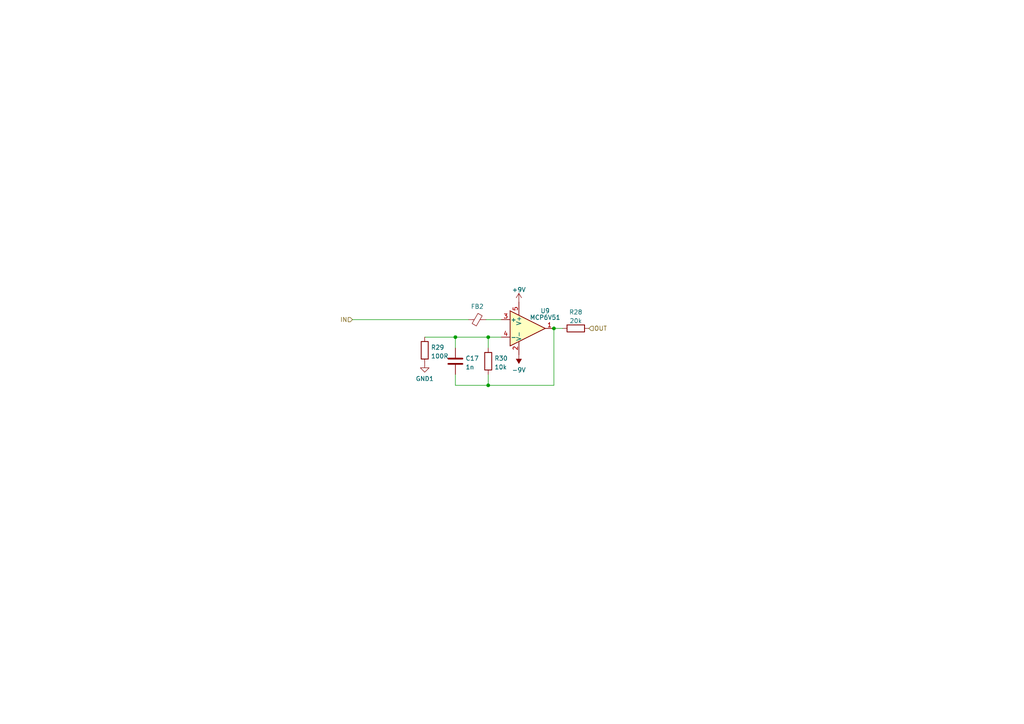
<source format=kicad_sch>
(kicad_sch (version 20211123) (generator eeschema)
  (paper "A4")
  (lib_symbols
    (symbol "Amplifier_Operational:MCP6L01x-xOT" (pin_names (offset 0.127))
      (property "Reference" "U" (at -1.27 6.35 0))
      (property "Value" "MCP6L01x-xOT" (at -1.27 3.81 0))
      (symbol "MCP6L01x-xOT_0_1"
        (polyline (pts (xy -5.08 5.08) (xy 5.08 0) (xy -5.08 -5.08) (xy -5.08 5.08)) (stroke (width 0.254)) (fill (type background)))
        (pin power_in line (at -2.54 -7.62 90) (length 3.81) (name "V-") (number "2"))
        (pin power_in line (at -2.54 7.62 270) (length 3.81) (name "V+") (number "5"))
      )
      (symbol "MCP6L01x-xOT_1_1"
        (pin output line (at 7.62 0 180) (length 2.54) (name "~") (number "1"))
        (pin input line (at -7.62 2.54 0) (length 2.54) (name "+") (number "3"))
        (pin input line (at -7.62 -2.54 0) (length 2.54) (name "-") (number "4"))
      )
    )
    (symbol "Device:C" (pin_numbers hide) (pin_names (offset 0.254))
      (property "Reference" "C" (at 0.635 2.54 0))
      (property "Value" "C" (at 0.635 -2.54 0))
      (symbol "C_0_1"
        (polyline (pts (xy -2.032 -0.762) (xy 2.032 -0.762)) (stroke (width 0.508)))
        (polyline (pts (xy -2.032 0.762) (xy 2.032 0.762)) (stroke (width 0.508)))
      )
      (symbol "C_1_1"
        (pin passive line (at 0 3.81 270) (length 2.794) (name "~") (number "1"))
        (pin passive line (at 0 -3.81 90) (length 2.794) (name "~") (number "2"))
      )
    )
    (symbol "Device:FerriteBead_Small" (pin_numbers hide) (pin_names (offset 0))
      (property "Reference" "FB" (at 1.905 1.27 0))
      (property "Value" "FerriteBead_Small" (at 1.905 -1.27 0))
      (symbol "FerriteBead_Small_0_1"
        (polyline (pts (xy 0 -1.27) (xy 0 -0.7874)))
        (polyline (pts (xy 0 0.889) (xy 0 1.2954)))
        (polyline (pts (xy -1.8288 0.2794) (xy -1.1176 1.4986) (xy 1.8288 -0.2032) (xy 1.1176 -1.4224) (xy -1.8288 0.2794)))
      )
      (symbol "FerriteBead_Small_1_1"
        (pin passive line (at 0 2.54 270) (length 1.27) (name "~") (number "1"))
        (pin passive line (at 0 -2.54 90) (length 1.27) (name "~") (number "2"))
      )
    )
    (symbol "Device:R" (pin_numbers hide) (pin_names (offset 0))
      (property "Reference" "R" (at 2.032 0 90))
      (property "Value" "R" (at 0 0 90))
      (symbol "R_0_1"
        (rectangle (start -1.016 -2.54) (end 1.016 2.54) (stroke (width 0.254)))
      )
      (symbol "R_1_1"
        (pin passive line (at 0 3.81 270) (length 1.27) (name "~") (number "1"))
        (pin passive line (at 0 -3.81 90) (length 1.27) (name "~") (number "2"))
      )
    )
    (symbol "power:+9V" (power) (pin_names (offset 0))
      (property "Value" "+9V" (at 0 3.556 0))
      (symbol "+9V_0_1"
        (polyline (pts (xy -0.762 1.27) (xy 0 2.54)))
        (polyline (pts (xy 0 0) (xy 0 2.54)))
        (polyline (pts (xy 0 2.54) (xy 0.762 1.27)))
      )
      (symbol "+9V_1_1"
        (pin power_in line (at 0 0 90) (length 0) hide (name "+9V") (number "1"))
      )
    )
    (symbol "power:-9V" (power) (pin_names (offset 0))
      (property "Value" "-9V" (at 0 3.81 0))
      (symbol "-9V_0_1"
        (polyline (pts (xy 0 0) (xy 0 2.54)))
        (polyline (pts (xy 0.762 1.27) (xy -0.762 1.27) (xy 0 2.54) (xy 0.762 1.27)) (fill (type outline)))
      )
      (symbol "-9V_1_1"
        (pin power_in line (at 0 0 90) (length 0) hide (name "-9V") (number "1"))
      )
    )
    (symbol "power:GND1" (power) (pin_names (offset 0))
      (property "Value" "GND1" (at 0 -3.81 0))
      (symbol "GND1_0_1"
        (polyline (pts (xy 0 0) (xy 0 -1.27) (xy 1.27 -1.27) (xy 0 -2.54) (xy -1.27 -1.27) (xy 0 -1.27)))
      )
      (symbol "GND1_1_1"
        (pin power_in line (at 0 0 270) (length 0) hide (name "GND1") (number "1"))
      )
    )
  )
  (junction (at 160.655 95.25))
  (junction (at 132.08 97.79))
  (junction (at 141.605 111.76))
  (junction (at 141.605 97.79))
  (wire (pts (xy 132.08 100.965) (xy 132.08 97.79)))
  (wire (pts (xy 140.97 92.71) (xy 145.415 92.71)))
  (wire (pts (xy 102.235 92.71) (xy 135.89 92.71)))
  (wire (pts (xy 132.08 97.79) (xy 141.605 97.79)))
  (wire (pts (xy 132.08 111.76) (xy 141.605 111.76)))
  (wire (pts (xy 141.605 108.585) (xy 141.605 111.76)))
  (wire (pts (xy 141.605 100.965) (xy 141.605 97.79)))
  (wire (pts (xy 160.655 111.76) (xy 160.655 95.25)))
  (wire (pts (xy 141.605 97.79) (xy 145.415 97.79)))
  (wire (pts (xy 132.08 111.76) (xy 132.08 108.585)))
  (wire (pts (xy 141.605 111.76) (xy 160.655 111.76)))
  (wire (pts (xy 160.655 95.25) (xy 163.195 95.25)))
  (wire (pts (xy 123.19 97.79) (xy 132.08 97.79)))
  (hierarchical_label "IN" (shape input) (at 102.235 92.71 180))
  (hierarchical_label "OUT" (shape input) (at 170.815 95.25 0))
  (symbol (lib_id "power:GND1") (at 123.19 105.41 0) (unit 1)
    (property "Reference" "#PWR060" (effects hide))
    (property "Value" "GND1" (at 123.19 109.8534 0))
  )
  (symbol (lib_id "Device:R") (at 167.005 95.25 90) (unit 1)
    (property "Reference" "R28" (at 167.005 90.5342 90))
    (property "Value" "20k" (at 167.005 93.0711 90))
    (property "Footprint" "Resistor_SMD:R_0805_2012Metric" (effects hide))
    (property "PN" "ERA-6AED203V " (effects hide))
    (property "supplier" "MOUSER" (effects hide))
  )
  (symbol (lib_id "Device:R") (at 141.605 104.775 180) (unit 1)
    (property "Reference" "R30" (at 143.383 103.9403 0) (effects (justify right)))
    (property "Value" "10k" (at 143.383 106.4772 0) (effects (justify right)))
    (property "Footprint" "Resistor_SMD:R_0805_2012Metric" (effects hide))
    (property "PN" "CRT0805-FX-1002ELF" (effects hide))
    (property "comment" " " (effects hide))
    (property "supplier" "MOUSER" (effects hide))
  )
  (symbol (lib_id "Amplifier_Operational:MCP6L01x-xOT") (at 153.035 95.25 0) (unit 1)
    (property "Reference" "U9" (at 158.115 90.17 0))
    (property "Value" "MCP6V51" (at 158.115 92.075 0))
    (property "Footprint" "Package_TO_SOT_SMD:SOT-23-5" (effects hide))
    (property "Datasheet" "http://ww1.microchip.com/downloads/en/devicedoc/22140b.pdf" (effects hide))
    (property "PN" "MCP6V51T-E/OT" (effects hide))
    (property "supplier" "MOUSER" (effects hide))
  )
  (symbol (lib_id "Device:R") (at 123.19 101.6 180) (unit 1)
    (property "Reference" "R29" (at 124.968 100.7653 0) (effects (justify right)))
    (property "Value" "100R" (at 124.968 103.3022 0) (effects (justify right)))
    (property "Footprint" "Resistor_SMD:R_0805_2012Metric" (effects hide))
    (property "PN" "CRT0805-FX-1000ELF" (effects hide))
    (property "supplier" "MOUSER" (effects hide))
  )
  (symbol (lib_id "power:-9V") (at 150.495 102.87 180) (unit 1)
    (property "Reference" "#PWR059" (effects hide))
    (property "Value" "-9V" (at 150.495 107.3134 0))
  )
  (symbol (lib_id "Device:FerriteBead_Small") (at 138.43 92.71 90) (unit 1)
    (property "Reference" "FB2" (at 138.43 88.9 90))
    (property "Value" "FerriteBead_Small" (effects hide))
    (property "Footprint" "Inductor_SMD:L_0603_1608Metric" (effects hide))
    (property "PN" "BLM18RK601SN1D" (effects hide))
    (property "supplier" "TME" (effects hide))
  )
  (symbol (lib_id "Device:C") (at 132.08 104.775 0) (unit 1)
    (property "Reference" "C17" (at 135.001 103.9403 0) (effects (justify left)))
    (property "Value" "1n" (at 135.001 106.4772 0) (effects (justify left)))
    (property "Footprint" "Capacitor_SMD:C_0805_2012Metric" (effects hide))
    (property "PN" "VJ0805A102JXACW1BC" (effects hide))
    (property "supplier" "TME" (effects hide))
  )
  (symbol (lib_id "power:+9V") (at 150.495 87.63 0) (unit 1)
    (property "Reference" "#PWR058" (effects hide))
    (property "Value" "+9V" (at 150.495 84.0542 0))
  )
)
</source>
